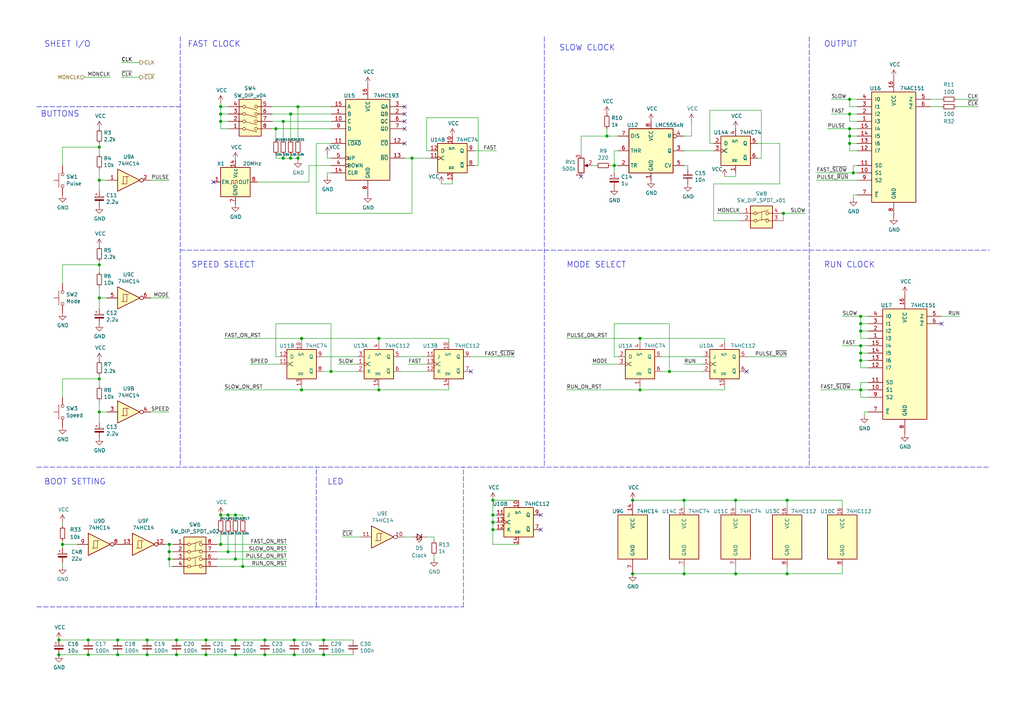
<source format=kicad_sch>
(kicad_sch (version 20211123) (generator eeschema)
  (paper "User" 353.568 250.012)
  (title_block (title "Clock Module") (date "2022-03-25") (rev "A.20") (comment 2 "https://github.com/adrienkohlbecker/65C816") (comment 3 "Licensed under CERN-OHL-W v2") (comment 4 "Copyright © 2022 Adrien Kohlbecker"))
  (junction (at 104.14 134.62))
  (junction (at 209.55 46.99))
  (junction (at 170.18 180.34))
  (junction (at 114.3 128.27))
  (junction (at 81.28 226.06))
  (junction (at 297.18 134.62))
  (junction (at 293.37 46.99))
  (junction (at 97.79 54.61))
  (junction (at 293.37 49.53))
  (junction (at 100.33 39.37))
  (junction (at 297.18 109.22))
  (junction (at 100.33 54.61))
  (junction (at 271.78 198.12))
  (junction (at 58.42 187.96))
  (junction (at 76.2 41.91))
  (junction (at 297.18 121.92))
  (junction (at 97.79 41.91))
  (junction (at 297.18 114.3))
  (junction (at 76.2 36.83))
  (junction (at 236.22 172.72))
  (junction (at 170.18 182.88))
  (junction (at 212.09 57.15))
  (junction (at 81.28 177.8))
  (junction (at 220.98 116.84))
  (junction (at 218.44 172.72))
  (junction (at 111.76 226.06))
  (junction (at 34.29 130.81))
  (junction (at 30.48 220.98))
  (junction (at 34.29 102.87))
  (junction (at 111.76 220.98))
  (junction (at 40.64 226.06))
  (junction (at 34.29 91.44))
  (junction (at 254 172.72))
  (junction (at 21.59 187.96))
  (junction (at 130.81 116.84))
  (junction (at 130.81 134.62))
  (junction (at 81.28 220.98))
  (junction (at 293.37 34.29))
  (junction (at 40.64 220.98))
  (junction (at 60.96 220.98))
  (junction (at 20.32 226.06))
  (junction (at 101.6 220.98))
  (junction (at 254 198.12))
  (junction (at 104.14 116.84))
  (junction (at 60.96 226.06))
  (junction (at 297.18 124.46))
  (junction (at 293.37 39.37))
  (junction (at 170.18 177.8))
  (junction (at 297.18 119.38))
  (junction (at 78.74 190.5))
  (junction (at 34.29 62.23))
  (junction (at 102.87 54.61))
  (junction (at 30.48 226.06))
  (junction (at 101.6 226.06))
  (junction (at 236.22 198.12))
  (junction (at 34.29 142.24))
  (junction (at 102.87 36.83))
  (junction (at 297.18 111.76))
  (junction (at 142.24 54.61))
  (junction (at 270.51 73.66))
  (junction (at 71.12 226.06))
  (junction (at 78.74 177.8))
  (junction (at 218.44 198.12))
  (junction (at 91.44 226.06))
  (junction (at 83.82 195.58))
  (junction (at 34.29 50.8))
  (junction (at 293.37 44.45))
  (junction (at 50.8 220.98))
  (junction (at 91.44 220.98))
  (junction (at 294.64 59.69))
  (junction (at 58.42 190.5))
  (junction (at 81.28 193.04))
  (junction (at 95.25 44.45))
  (junction (at 20.32 220.98))
  (junction (at 170.18 172.72))
  (junction (at 271.78 172.72))
  (junction (at 76.2 177.8))
  (junction (at 50.8 226.06))
  (junction (at 220.98 134.62))
  (junction (at 71.12 220.98))
  (junction (at 58.42 193.04))
  (junction (at 231.14 128.27))
  (junction (at 76.2 39.37))
  (junction (at 76.2 187.96))
  (no_connect (at 257.81 128.27))
  (no_connect (at 139.7 39.37))
  (no_connect (at 73.66 62.865))
  (no_connect (at 139.7 49.53))
  (no_connect (at 186.69 182.88))
  (no_connect (at 139.7 41.91))
  (no_connect (at 139.7 44.45))
  (no_connect (at 325.12 111.76))
  (no_connect (at 200.66 60.96))
  (no_connect (at 186.69 177.8))
  (no_connect (at 162.56 128.27))
  (no_connect (at 139.7 36.83))
  (wire (pts (xy 325.12 109.22) (xy 331.47 109.22)))
  (wire (pts (xy 156.21 63.5) (xy 152.4 63.5)))
  (wire (pts (xy 261.62 54.61) (xy 262.89 54.61)))
  (wire (pts (xy 83.82 195.58) (xy 99.06 195.58)))
  (wire (pts (xy 78.74 184.15) (xy 78.74 190.5)))
  (wire (pts (xy 321.31 34.29) (xy 325.12 34.29)))
  (wire (pts (xy 170.18 180.34) (xy 171.45 180.34)))
  (wire (pts (xy 293.37 49.53) (xy 295.91 49.53)))
  (wire (pts (xy 113.03 54.61) (xy 113.03 53.34)))
  (wire (pts (xy 162.56 123.19) (xy 177.8 123.19)))
  (wire (pts (xy 71.12 220.98) (xy 60.96 220.98)))
  (wire (pts (xy 100.33 54.61) (xy 102.87 54.61)))
  (wire (pts (xy 57.15 187.96) (xy 58.42 187.96)))
  (wire (pts (xy 297.18 124.46) (xy 299.72 124.46)))
  (wire (pts (xy 212.09 123.19) (xy 213.36 123.19)))
  (wire (pts (xy 104.14 118.11) (xy 104.14 116.84)))
  (wire (pts (xy 58.42 142.24) (xy 52.07 142.24)))
  (wire (pts (xy 297.18 109.22) (xy 297.18 111.76)))
  (wire (pts (xy 34.29 62.23) (xy 34.29 66.04)))
  (wire (pts (xy 212.09 59.69) (xy 212.09 57.15)))
  (wire (pts (xy 74.93 190.5) (xy 78.74 190.5)))
  (wire (pts (xy 254 172.72) (xy 254 175.26)))
  (wire (pts (xy 111.76 123.19) (xy 123.19 123.19)))
  (wire (pts (xy 294.64 67.31) (xy 295.91 67.31)))
  (wire (pts (xy 76.2 35.56) (xy 76.2 36.83)))
  (wire (pts (xy 21.59 97.79) (xy 21.59 91.44)))
  (wire (pts (xy 218.44 198.12) (xy 236.22 198.12)))
  (wire (pts (xy 271.78 195.58) (xy 271.78 198.12)))
  (wire (pts (xy 236.22 172.72) (xy 236.22 175.26)))
  (wire (pts (xy 297.18 119.38) (xy 299.72 119.38)))
  (wire (pts (xy 297.18 111.76) (xy 299.72 111.76)))
  (wire (pts (xy 293.37 46.99) (xy 293.37 49.53)))
  (wire (pts (xy 58.42 62.23) (xy 52.07 62.23)))
  (wire (pts (xy 21.59 130.81) (xy 34.29 130.81)))
  (wire (pts (xy 238.76 46.99) (xy 238.76 41.91)))
  (wire (pts (xy 297.18 121.92) (xy 297.18 124.46)))
  (wire (pts (xy 114.3 54.61) (xy 113.03 54.61)))
  (wire (pts (xy 97.79 48.26) (xy 97.79 41.91)))
  (wire (pts (xy 254 172.72) (xy 271.78 172.72)))
  (wire (pts (xy 40.64 220.98) (xy 30.48 220.98)))
  (wire (pts (xy 21.59 50.8) (xy 34.29 50.8)))
  (wire (pts (xy 109.22 73.66) (xy 109.22 49.53)))
  (wire (pts (xy 204.47 125.73) (xy 213.36 125.73)))
  (wire (pts (xy 293.37 44.45) (xy 293.37 46.99)))
  (wire (pts (xy 271.78 172.72) (xy 271.78 175.26)))
  (wire (pts (xy 93.98 41.91) (xy 97.79 41.91)))
  (wire (pts (xy 74.93 187.96) (xy 76.2 187.96)))
  (wire (pts (xy 77.47 116.84) (xy 104.14 116.84)))
  (wire (pts (xy 165.1 57.15) (xy 165.1 40.64)))
  (wire (pts (xy 97.79 54.61) (xy 100.33 54.61)))
  (wire (pts (xy 212.09 52.07) (xy 212.09 57.15)))
  (wire (pts (xy 34.29 138.43) (xy 34.29 142.24)))
  (wire (pts (xy 71.12 226.06) (xy 81.28 226.06)))
  (wire (pts (xy 34.29 50.8) (xy 34.29 53.34)))
  (wire (pts (xy 299.72 137.16) (xy 297.18 137.16)))
  (wire (pts (xy 41.91 26.67) (xy 48.26 26.67)))
  (polyline (pts (xy 12.7 36.83) (xy 62.23 36.83)))
  (wire (pts (xy 254 198.12) (xy 236.22 198.12)))
  (wire (pts (xy 76.2 44.45) (xy 78.74 44.45)))
  (polyline (pts (xy 12.7 161.29) (xy 341.63 161.29)))
  (wire (pts (xy 76.2 41.91) (xy 76.2 44.45)))
  (wire (pts (xy 290.83 172.72) (xy 271.78 172.72)))
  (wire (pts (xy 34.29 58.42) (xy 34.29 62.23)))
  (wire (pts (xy 106.68 62.865) (xy 106.68 57.15)))
  (wire (pts (xy 236.22 57.15) (xy 237.49 57.15)))
  (wire (pts (xy 21.59 186.69) (xy 21.59 187.96)))
  (wire (pts (xy 104.14 134.62) (xy 104.14 133.35)))
  (wire (pts (xy 297.18 114.3) (xy 299.72 114.3)))
  (wire (pts (xy 95.25 54.61) (xy 97.79 54.61)))
  (wire (pts (xy 212.09 111.76) (xy 212.09 123.19)))
  (wire (pts (xy 281.94 59.69) (xy 294.64 59.69)))
  (wire (pts (xy 97.79 41.91) (xy 114.3 41.91)))
  (wire (pts (xy 270.51 73.66) (xy 270.51 76.2)))
  (wire (pts (xy 220.98 134.62) (xy 250.19 134.62)))
  (polyline (pts (xy 62.23 86.36) (xy 341.63 86.36)))
  (wire (pts (xy 29.21 26.67) (xy 38.1 26.67)))
  (wire (pts (xy 213.36 52.07) (xy 212.09 52.07)))
  (wire (pts (xy 95.25 44.45) (xy 114.3 44.45)))
  (wire (pts (xy 220.98 134.62) (xy 220.98 133.35)))
  (wire (pts (xy 147.32 52.07) (xy 148.59 52.07)))
  (wire (pts (xy 102.87 36.83) (xy 114.3 36.83)))
  (wire (pts (xy 245.11 38.1) (xy 245.11 49.53)))
  (wire (pts (xy 297.18 121.92) (xy 299.72 121.92)))
  (wire (pts (xy 163.83 57.15) (xy 165.1 57.15)))
  (wire (pts (xy 209.55 46.99) (xy 213.36 46.99)))
  (wire (pts (xy 95.25 48.26) (xy 95.25 44.45)))
  (wire (pts (xy 21.59 91.44) (xy 34.29 91.44)))
  (wire (pts (xy 100.33 54.61) (xy 100.33 53.34)))
  (wire (pts (xy 81.28 184.15) (xy 81.28 193.04)))
  (polyline (pts (xy 109.22 209.55) (xy 109.22 161.29)))
  (wire (pts (xy 142.24 54.61) (xy 148.59 54.61)))
  (wire (pts (xy 95.25 111.76) (xy 95.25 123.19)))
  (wire (pts (xy 74.93 195.58) (xy 83.82 195.58)))
  (wire (pts (xy 76.2 184.15) (xy 76.2 187.96)))
  (wire (pts (xy 170.18 182.88) (xy 170.18 187.96)))
  (wire (pts (xy 138.43 128.27) (xy 147.32 128.27)))
  (polyline (pts (xy 187.96 12.7) (xy 187.96 161.29)))
  (wire (pts (xy 78.74 41.91) (xy 76.2 41.91)))
  (wire (pts (xy 297.18 111.76) (xy 297.18 114.3)))
  (wire (pts (xy 34.29 102.87) (xy 34.29 106.68)))
  (wire (pts (xy 104.14 134.62) (xy 130.81 134.62)))
  (wire (pts (xy 58.42 190.5) (xy 58.42 193.04)))
  (wire (pts (xy 154.94 116.84) (xy 154.94 118.11)))
  (wire (pts (xy 76.2 39.37) (xy 78.74 39.37)))
  (wire (pts (xy 60.96 226.06) (xy 71.12 226.06)))
  (polyline (pts (xy 160.02 209.55) (xy 160.02 161.29)))
  (wire (pts (xy 297.18 109.22) (xy 299.72 109.22)))
  (wire (pts (xy 212.09 57.15) (xy 210.82 57.15)))
  (wire (pts (xy 293.37 39.37) (xy 295.91 39.37)))
  (wire (pts (xy 113.03 60.96) (xy 113.03 59.69)))
  (wire (pts (xy 93.98 39.37) (xy 100.33 39.37)))
  (wire (pts (xy 261.62 49.53) (xy 269.24 49.53)))
  (wire (pts (xy 21.59 194.31) (xy 21.59 195.58)))
  (wire (pts (xy 121.92 220.98) (xy 111.76 220.98)))
  (wire (pts (xy 100.33 39.37) (xy 114.3 39.37)))
  (wire (pts (xy 290.83 175.26) (xy 290.83 172.72)))
  (wire (pts (xy 93.98 44.45) (xy 95.25 44.45)))
  (wire (pts (xy 290.83 119.38) (xy 297.18 119.38)))
  (wire (pts (xy 262.89 38.1) (xy 245.11 38.1)))
  (wire (pts (xy 81.28 177.8) (xy 83.82 177.8)))
  (wire (pts (xy 293.37 36.83) (xy 295.91 36.83)))
  (wire (pts (xy 40.64 226.06) (xy 50.8 226.06)))
  (wire (pts (xy 271.78 198.12) (xy 254 198.12)))
  (wire (pts (xy 21.59 57.15) (xy 21.59 50.8)))
  (wire (pts (xy 171.45 182.88) (xy 170.18 182.88)))
  (wire (pts (xy 246.38 76.2) (xy 255.27 76.2)))
  (wire (pts (xy 36.83 62.23) (xy 34.29 62.23)))
  (wire (pts (xy 231.14 128.27) (xy 231.14 111.76)))
  (wire (pts (xy 231.14 128.27) (xy 242.57 128.27)))
  (wire (pts (xy 246.38 52.07) (xy 236.22 52.07)))
  (wire (pts (xy 330.2 36.83) (xy 337.82 36.83)))
  (wire (pts (xy 58.42 195.58) (xy 59.69 195.58)))
  (wire (pts (xy 81.28 226.06) (xy 91.44 226.06)))
  (wire (pts (xy 294.64 68.58) (xy 294.64 67.31)))
  (wire (pts (xy 220.98 116.84) (xy 250.19 116.84)))
  (wire (pts (xy 50.8 226.06) (xy 60.96 226.06)))
  (wire (pts (xy 81.28 220.98) (xy 71.12 220.98)))
  (wire (pts (xy 124.46 185.42) (xy 118.11 185.42)))
  (wire (pts (xy 231.14 111.76) (xy 212.09 111.76)))
  (wire (pts (xy 91.44 220.98) (xy 81.28 220.98)))
  (wire (pts (xy 102.87 54.61) (xy 102.87 53.34)))
  (wire (pts (xy 77.47 134.62) (xy 104.14 134.62)))
  (wire (pts (xy 111.76 128.27) (xy 114.3 128.27)))
  (wire (pts (xy 170.18 172.72) (xy 170.18 177.8)))
  (wire (pts (xy 140.97 125.73) (xy 147.32 125.73)))
  (wire (pts (xy 58.42 187.96) (xy 59.69 187.96)))
  (wire (pts (xy 293.37 52.07) (xy 295.91 52.07)))
  (wire (pts (xy 36.83 102.87) (xy 34.29 102.87)))
  (wire (pts (xy 147.32 185.42) (xy 149.86 185.42)))
  (wire (pts (xy 293.37 34.29) (xy 293.37 36.83)))
  (wire (pts (xy 295.91 59.69) (xy 294.64 59.69)))
  (wire (pts (xy 130.81 134.62) (xy 154.94 134.62)))
  (wire (pts (xy 281.94 62.23) (xy 295.91 62.23)))
  (wire (pts (xy 236.22 46.99) (xy 238.76 46.99)))
  (wire (pts (xy 149.86 193.04) (xy 149.86 191.77)))
  (wire (pts (xy 58.42 193.04) (xy 59.69 193.04)))
  (wire (pts (xy 93.98 36.83) (xy 102.87 36.83)))
  (wire (pts (xy 321.31 36.83) (xy 325.12 36.83)))
  (wire (pts (xy 294.64 57.15) (xy 294.64 59.69)))
  (wire (pts (xy 170.18 180.34) (xy 170.18 182.88)))
  (wire (pts (xy 21.59 187.96) (xy 21.59 189.23)))
  (wire (pts (xy 254 60.96) (xy 254 59.69)))
  (wire (pts (xy 78.74 179.07) (xy 78.74 177.8)))
  (wire (pts (xy 86.36 125.73) (xy 96.52 125.73)))
  (wire (pts (xy 76.2 177.8) (xy 78.74 177.8)))
  (wire (pts (xy 58.42 190.5) (xy 58.42 187.96)))
  (wire (pts (xy 34.29 50.8) (xy 34.29 49.53)))
  (wire (pts (xy 78.74 190.5) (xy 99.06 190.5)))
  (wire (pts (xy 295.91 57.15) (xy 294.64 57.15)))
  (wire (pts (xy 269.24 63.5) (xy 269.24 49.53)))
  (wire (pts (xy 287.02 39.37) (xy 293.37 39.37)))
  (wire (pts (xy 200.66 53.34) (xy 200.66 46.99)))
  (wire (pts (xy 142.24 73.66) (xy 109.22 73.66)))
  (wire (pts (xy 270.51 73.66) (xy 278.13 73.66)))
  (wire (pts (xy 293.37 46.99) (xy 295.91 46.99)))
  (polyline (pts (xy 279.4 12.7) (xy 279.4 161.29)))
  (wire (pts (xy 34.29 91.44) (xy 34.29 90.17)))
  (wire (pts (xy 34.29 99.06) (xy 34.29 102.87)))
  (wire (pts (xy 298.45 142.24) (xy 299.72 142.24)))
  (wire (pts (xy 149.86 185.42) (xy 149.86 186.69)))
  (wire (pts (xy 297.18 124.46) (xy 297.18 127)))
  (wire (pts (xy 88.9 62.865) (xy 106.68 62.865)))
  (wire (pts (xy 297.18 137.16) (xy 297.18 134.62)))
  (wire (pts (xy 257.81 123.19) (xy 271.78 123.19)))
  (wire (pts (xy 97.79 54.61) (xy 97.79 53.34)))
  (wire (pts (xy 58.42 190.5) (xy 59.69 190.5)))
  (wire (pts (xy 95.25 53.34) (xy 95.25 54.61)))
  (wire (pts (xy 116.84 125.73) (xy 123.19 125.73)))
  (wire (pts (xy 101.6 226.06) (xy 111.76 226.06)))
  (wire (pts (xy 293.37 34.29) (xy 295.91 34.29)))
  (wire (pts (xy 299.72 132.08) (xy 297.18 132.08)))
  (wire (pts (xy 74.93 193.04) (xy 81.28 193.04)))
  (wire (pts (xy 220.98 116.84) (xy 220.98 118.11)))
  (wire (pts (xy 297.18 127) (xy 299.72 127)))
  (wire (pts (xy 213.36 57.15) (xy 212.09 57.15)))
  (wire (pts (xy 247.65 73.66) (xy 255.27 73.66)))
  (wire (pts (xy 165.1 40.64) (xy 147.32 40.64)))
  (wire (pts (xy 21.59 187.96) (xy 26.67 187.96)))
  (wire (pts (xy 228.6 123.19) (xy 242.57 123.19)))
  (wire (pts (xy 30.48 220.98) (xy 20.32 220.98)))
  (wire (pts (xy 104.14 116.84) (xy 130.81 116.84)))
  (wire (pts (xy 114.3 111.76) (xy 95.25 111.76)))
  (wire (pts (xy 111.76 226.06) (xy 121.92 226.06)))
  (wire (pts (xy 205.74 57.15) (xy 204.47 57.15)))
  (wire (pts (xy 246.38 76.2) (xy 246.38 63.5)))
  (wire (pts (xy 81.28 177.8) (xy 81.28 179.07)))
  (wire (pts (xy 246.38 63.5) (xy 269.24 63.5)))
  (wire (pts (xy 254 195.58) (xy 254 198.12)))
  (wire (pts (xy 81.28 193.04) (xy 99.06 193.04)))
  (wire (pts (xy 236.22 198.12) (xy 236.22 195.58)))
  (wire (pts (xy 170.18 177.8) (xy 170.18 180.34)))
  (wire (pts (xy 218.44 172.72) (xy 236.22 172.72)))
  (wire (pts (xy 109.22 49.53) (xy 114.3 49.53)))
  (wire (pts (xy 262.89 54.61) (xy 262.89 38.1)))
  (wire (pts (xy 113.03 59.69) (xy 114.3 59.69)))
  (polyline (pts (xy 62.23 12.7) (xy 62.23 161.29)))
  (wire (pts (xy 209.55 44.45) (xy 209.55 46.99)))
  (wire (pts (xy 297.18 119.38) (xy 297.18 121.92)))
  (wire (pts (xy 293.37 41.91) (xy 295.91 41.91)))
  (wire (pts (xy 101.6 220.98) (xy 91.44 220.98)))
  (wire (pts (xy 34.29 142.24) (xy 34.29 146.05)))
  (wire (pts (xy 50.8 220.98) (xy 40.64 220.98)))
  (wire (pts (xy 95.25 123.19) (xy 96.52 123.19)))
  (wire (pts (xy 142.24 185.42) (xy 139.7 185.42)))
  (wire (pts (xy 106.68 57.15) (xy 114.3 57.15)))
  (wire (pts (xy 91.44 226.06) (xy 101.6 226.06)))
  (wire (pts (xy 130.81 116.84) (xy 130.81 118.11)))
  (polyline (pts (xy 12.7 209.55) (xy 160.02 209.55)))
  (wire (pts (xy 297.18 134.62) (xy 297.18 132.08)))
  (wire (pts (xy 171.45 177.8) (xy 170.18 177.8)))
  (wire (pts (xy 78.74 177.8) (xy 81.28 177.8)))
  (wire (pts (xy 111.76 220.98) (xy 101.6 220.98)))
  (wire (pts (xy 228.6 128.27) (xy 231.14 128.27)))
  (wire (pts (xy 34.29 130.81) (xy 34.29 133.35)))
  (wire (pts (xy 250.19 116.84) (xy 250.19 118.11)))
  (wire (pts (xy 298.45 143.51) (xy 298.45 142.24)))
  (wire (pts (xy 34.29 130.81) (xy 34.29 129.54)))
  (wire (pts (xy 58.42 193.04) (xy 58.42 195.58)))
  (wire (pts (xy 245.11 49.53) (xy 246.38 49.53)))
  (wire (pts (xy 130.81 134.62) (xy 130.81 133.35)))
  (wire (pts (xy 287.02 34.29) (xy 293.37 34.29)))
  (wire (pts (xy 130.81 116.84) (xy 154.94 116.84)))
  (wire (pts (xy 78.74 36.83) (xy 76.2 36.83)))
  (wire (pts (xy 30.48 226.06) (xy 40.64 226.06)))
  (wire (pts (xy 36.83 142.24) (xy 34.29 142.24)))
  (wire (pts (xy 293.37 39.37) (xy 293.37 41.91)))
  (wire (pts (xy 236.22 125.73) (xy 242.57 125.73)))
  (wire (pts (xy 250.19 134.62) (xy 250.19 133.35)))
  (wire (pts (xy 170.18 187.96) (xy 179.07 187.96)))
  (wire (pts (xy 293.37 44.45) (xy 295.91 44.45)))
  (wire (pts (xy 290.83 109.22) (xy 297.18 109.22)))
  (wire (pts (xy 163.83 52.07) (xy 171.45 52.07)))
  (wire (pts (xy 271.78 198.12) (xy 290.83 198.12)))
  (wire (pts (xy 154.94 134.62) (xy 154.94 133.35)))
  (wire (pts (xy 60.96 220.98) (xy 50.8 220.98)))
  (wire (pts (xy 297.18 116.84) (xy 299.72 116.84)))
  (wire (pts (xy 139.7 54.61) (xy 142.24 54.61)))
  (wire (pts (xy 100.33 48.26) (xy 100.33 39.37)))
  (wire (pts (xy 114.3 128.27) (xy 123.19 128.27)))
  (wire (pts (xy 142.24 54.61) (xy 142.24 73.66)))
  (wire (pts (xy 254 60.96) (xy 250.19 60.96)))
  (wire (pts (xy 21.59 180.34) (xy 21.59 181.61)))
  (wire (pts (xy 195.58 134.62) (xy 220.98 134.62)))
  (wire (pts (xy 138.43 123.19) (xy 147.32 123.19)))
  (wire (pts (xy 330.2 34.29) (xy 337.82 34.29)))
  (wire (pts (xy 299.72 134.62) (xy 297.18 134.62)))
  (wire (pts (xy 41.91 21.59) (xy 48.26 21.59)))
  (wire (pts (xy 114.3 128.27) (xy 114.3 111.76)))
  (wire (pts (xy 236.22 172.72) (xy 254 172.72)))
  (wire (pts (xy 297.18 134.62) (xy 283.21 134.62)))
  (wire (pts (xy 83.82 184.15) (xy 83.82 195.58)))
  (wire (pts (xy 102.87 55.245) (xy 102.87 54.61)))
  (wire (pts (xy 34.29 91.44) (xy 34.29 93.98)))
  (wire (pts (xy 293.37 49.53) (xy 293.37 52.07)))
  (wire (pts (xy 195.58 116.84) (xy 220.98 116.84)))
  (wire (pts (xy 76.2 179.07) (xy 76.2 177.8)))
  (wire (pts (xy 285.75 44.45) (xy 293.37 44.45)))
  (wire (pts (xy 76.2 39.37) (xy 76.2 41.91)))
  (wire (pts (xy 76.2 187.96) (xy 99.06 187.96)))
  (wire (pts (xy 297.18 114.3) (xy 297.18 116.84)))
  (wire (pts (xy 102.87 48.26) (xy 102.87 36.83)))
  (wire (pts (xy 21.59 137.16) (xy 21.59 130.81)))
  (wire (pts (xy 83.82 177.8) (xy 83.82 179.07)))
  (wire (pts (xy 147.32 40.64) (xy 147.32 52.07)))
  (wire (pts (xy 237.49 57.15) (xy 237.49 58.42)))
  (wire (pts (xy 20.32 226.06) (xy 30.48 226.06)))
  (wire (pts (xy 58.42 102.87) (xy 52.07 102.87)))
  (wire (pts (xy 290.83 198.12) (xy 290.83 195.58)))
  (wire (pts (xy 156.21 63.5) (xy 156.21 62.23)))
  (wire (pts (xy 76.2 36.83) (xy 76.2 39.37)))
  (wire (pts (xy 179.07 172.72) (xy 170.18 172.72)))
  (wire (pts (xy 200.66 46.99) (xy 209.55 46.99)))
  (text "OUTPUT" (at 284.48 16.51 0) (effects (font (size 2.0066 2.0066)) (justify left bottom)))
  (text "RUN CLOCK" (at 284.48 92.71 0) (effects (font (size 2.0066 2.0066)) (justify left bottom)))
  (text "SHEET I/O" (at 15.24 16.51 0) (effects (font (size 2.0066 2.0066)) (justify left bottom)))
  (text "LED" (at 113.03 167.64 0) (effects (font (size 2.0066 2.0066)) (justify left bottom)))
  (text "BOOT SETTING" (at 15.24 167.64 0) (effects (font (size 2.0066 2.0066)) (justify left bottom)))
  (text "BUTTONS" (at 13.97 40.64 0) (effects (font (size 2.0066 2.0066)) (justify left bottom)))
  (text "SLOW CLOCK" (at 193.04 17.78 0) (effects (font (size 2.0066 2.0066)) (justify left bottom)))
  (text "FAST CLOCK" (at 64.77 16.51 0) (effects (font (size 2.0066 2.0066)) (justify left bottom)))
  (text "SPEED SELECT" (at 66.04 92.71 0) (effects (font (size 2.0066 2.0066)) (justify left bottom)))
  (text "MODE SELECT" (at 195.58 92.71 0) (effects (font (size 2.0066 2.0066)) (justify left bottom)))
  (label "~{CLK}" (at 337.82 36.83 180))
  (label "CLK" (at 337.82 34.29 180))
  (label "PULSE_~{RUN}" (at 281.94 62.23 0))
  (label "SLOW_ON_RST" (at 99.06 190.5 180))
  (label "RUN" (at 236.22 125.73 0))
  (label "FAST_ON_RST" (at 77.47 116.84 0))
  (label "SLOW" (at 278.13 73.66 180))
  (label "SPEED" (at 86.36 125.73 0))
  (label "SLOW" (at 287.02 34.29 0))
  (label "~{CLK}" (at 41.91 26.67 0))
  (label "SLOW" (at 290.83 109.22 0))
  (label "FAST_~{SLOW}" (at 177.8 123.19 180))
  (label "MONCLK" (at 38.1 26.67 180))
  (label "SPEED" (at 58.42 142.24 180))
  (label "FAST" (at 287.02 39.37 0))
  (label "FAST" (at 290.83 119.38 0))
  (label "PULSE" (at 58.42 62.23 180))
  (label "FAST_~{SLOW}" (at 283.21 134.62 0))
  (label "PULSE_ON_RST" (at 99.06 193.04 180))
  (label "FAST_ON_RST" (at 99.06 187.96 180))
  (label "RUN_ON_RST" (at 99.06 195.58 180))
  (label "PULSE" (at 285.75 44.45 0))
  (label "SLOW" (at 116.84 125.73 0))
  (label "RUN_ON_RST" (at 195.58 134.62 0))
  (label "PULSE_~{RUN}" (at 271.78 123.19 180))
  (label "CLK" (at 41.91 21.59 0))
  (label "PULSE_ON_RST" (at 195.58 116.84 0))
  (label "MODE" (at 204.47 125.73 0))
  (label "MODE" (at 58.42 102.87 180))
  (label "~{CLK}" (at 118.11 185.42 0))
  (label "FAST" (at 140.97 125.73 0))
  (label "RUN" (at 331.47 109.22 180))
  (label "SLOW_ON_RST" (at 77.47 134.62 0))
  (label "FAST" (at 171.45 52.07 180))
  (label "MONCLK" (at 247.65 73.66 0))
  (label "FAST_~{SLOW}" (at 281.94 59.69 0))
  (label "CLK" (at 41.91 21.59 0))
  (hierarchical_label "MONCLK" (shape input) (at 29.21 26.67 180))
  (hierarchical_label "~{CLK}" (shape output) (at 48.26 26.67 0))
  (hierarchical_label "CLK" (shape output) (at 48.26 21.59 0))
  (symbol (lib_id "power:GND") (at 21.59 107.95 0) (unit 1)
    (property "Reference" "#PWR027" (effects hide))
    (property "Value" "GND" (at 21.717 112.3442 0))
  )
  (symbol (lib_id "power:GND") (at 34.29 111.76 0) (unit 1)
    (property "Reference" "#PWR033" (effects hide))
    (property "Value" "GND" (at 34.417 116.1542 0))
  )
  (symbol (lib_id "Switch:SW_Push") (at 21.59 102.87 90) (unit 1)
    (property "Reference" "SW2" (at 22.8092 101.7016 90) (effects (justify right)))
    (property "Value" "Mode" (at 22.8092 104.013 90) (effects (justify right)))
  )
  (symbol (lib_id "power:VCC") (at 34.29 85.09 0) (unit 1)
    (property "Reference" "#PWR032" (effects hide))
    (property "Value" "VCC" (at 34.671 80.6958 0))
  )
  (symbol (lib_id "74xx:74LS14") (at 44.45 102.87 0) (unit 3)
    (property "Reference" "U9" (at 44.45 94.8182 0))
    (property "Value" "74HC14" (at 44.45 97.1296 0))
    (property "Datasheet" "https://www.ti.com/lit/ds/symlink/sn74hc14.pdf" (effects hide))
  )
  (symbol (lib_id "Device:C_Polarized_Small") (at 34.29 109.22 0) (unit 1)
    (property "Reference" "C12" (at 36.6268 108.0516 0) (effects (justify left)))
    (property "Value" "2.2u" (at 36.6268 110.363 0) (effects (justify left)))
  )
  (symbol (lib_id "Device:R_Small") (at 34.29 96.52 0) (unit 1)
    (property "Reference" "R6" (at 35.7886 95.3516 0) (effects (justify left)))
    (property "Value" "10k" (at 35.7886 97.663 0) (effects (justify left)))
  )
  (symbol (lib_id "Device:R_Small") (at 34.29 87.63 0) (unit 1)
    (property "Reference" "R5" (at 35.7886 86.4616 0) (effects (justify left)))
    (property "Value" "2.2k" (at 35.7886 88.773 0) (effects (justify left)))
  )
  (symbol (lib_id "power:GND") (at 21.59 147.32 0) (unit 1)
    (property "Reference" "#PWR028" (effects hide))
    (property "Value" "GND" (at 21.717 151.7142 0))
  )
  (symbol (lib_id "power:GND") (at 34.29 151.13 0) (unit 1)
    (property "Reference" "#PWR035" (effects hide))
    (property "Value" "GND" (at 34.417 155.5242 0))
  )
  (symbol (lib_id "Switch:SW_Push") (at 21.59 142.24 90) (unit 1)
    (property "Reference" "SW3" (at 22.8092 141.0716 90) (effects (justify right)))
    (property "Value" "Speed" (at 22.8092 143.383 90) (effects (justify right)))
  )
  (symbol (lib_id "power:VCC") (at 34.29 124.46 0) (unit 1)
    (property "Reference" "#PWR034" (effects hide))
    (property "Value" "VCC" (at 34.671 120.0658 0))
  )
  (symbol (lib_id "74xx:74LS14") (at 44.45 142.24 0) (unit 2)
    (property "Reference" "U9" (at 44.45 134.1882 0))
    (property "Value" "74HC14" (at 44.45 136.4996 0))
    (property "Datasheet" "https://www.ti.com/lit/ds/symlink/sn74hc14.pdf" (effects hide))
  )
  (symbol (lib_id "Device:C_Polarized_Small") (at 34.29 148.59 0) (unit 1)
    (property "Reference" "C13" (at 36.6268 147.4216 0) (effects (justify left)))
    (property "Value" "2.2u" (at 36.6268 149.733 0) (effects (justify left)))
  )
  (symbol (lib_id "Device:R_Small") (at 34.29 135.89 0) (unit 1)
    (property "Reference" "R8" (at 35.7886 134.7216 0) (effects (justify left)))
    (property "Value" "10k" (at 35.7886 137.033 0) (effects (justify left)))
  )
  (symbol (lib_id "Device:R_Small") (at 34.29 127 0) (unit 1)
    (property "Reference" "R7" (at 35.7886 125.8316 0) (effects (justify left)))
    (property "Value" "2.2k" (at 35.7886 128.143 0) (effects (justify left)))
  )
  (symbol (lib_id "74xx:74LS74") (at 220.98 125.73 0) (unit 1)
    (property "Reference" "U11" (at 215.9 119.38 0))
    (property "Value" "74HC74" (at 226.06 119.38 0))
    (property "Datasheet" "https://www.ti.com/lit/ds/symlink/sn74hc74.pdf" (effects hide))
  )
  (symbol (lib_id "74xx:74LS74") (at 104.14 125.73 0) (unit 2)
    (property "Reference" "U11" (at 99.06 119.38 0))
    (property "Value" "74HC74" (at 109.22 119.38 0))
    (property "Datasheet" "https://www.ti.com/lit/ds/symlink/sn74hc74.pdf" (effects hide))
  )
  (symbol (lib_id "74xx:74LS193") (at 127 46.99 0) (unit 1)
    (property "Reference" "U15" (at 120.65 33.02 0))
    (property "Value" "74HC193" (at 133.35 33.02 0))
    (property "Datasheet" "https://www.ti.com/lit/ds/symlink/cd54hc193.pdf" (effects hide))
  )
  (symbol (lib_id "Device:C_Small") (at 71.12 223.52 0) (unit 1)
    (property "Reference" "C21" (at 73.4568 222.3516 0) (effects (justify left)))
    (property "Value" "100n" (at 73.4568 224.663 0) (effects (justify left)))
  )
  (symbol (lib_id "Device:C_Small") (at 81.28 223.52 0) (unit 1)
    (property "Reference" "C22" (at 83.6168 222.3516 0) (effects (justify left)))
    (property "Value" "100n" (at 83.6168 224.663 0) (effects (justify left)))
  )
  (symbol (lib_id "Switch:SW_DIP_x04") (at 86.36 39.37 0) (mirror x) (unit 1)
    (property "Reference" "SW4" (at 86.36 30.48 0))
    (property "Value" "SW_DIP_x04" (at 86.36 33.02 0))
  )
  (symbol (lib_id "74xx:74LS74") (at 156.21 54.61 0) (unit 2)
    (property "Reference" "U14" (at 151.13 48.26 0))
    (property "Value" "74HC74" (at 161.29 48.26 0))
    (property "Datasheet" "https://www.ti.com/lit/ds/symlink/sn74hc74.pdf" (effects hide))
  )
  (symbol (lib_id "power:VCC") (at 127 29.21 0) (unit 1)
    (property "Reference" "#PWR056" (effects hide))
    (property "Value" "VCC" (at 127.381 24.8158 0))
  )
  (symbol (lib_id "power:GND") (at 127 67.31 0) (unit 1)
    (property "Reference" "#PWR057" (effects hide))
    (property "Value" "GND" (at 127.127 71.7042 0))
  )
  (symbol (lib_id "power:VCC") (at 113.03 53.34 0) (unit 1)
    (property "Reference" "#PWR050" (effects hide))
    (property "Value" "VCC" (at 115.57 50.8 0))
  )
  (symbol (lib_id "power:GND") (at 113.03 60.96 0) (unit 1)
    (property "Reference" "#PWR051" (effects hide))
    (property "Value" "GND" (at 113.157 65.3542 0))
  )
  (symbol (lib_id "Oscillator:CXO_DIP14") (at 81.28 62.865 0) (unit 1)
    (property "Reference" "X1" (at 74.93 56.515 0) (effects (justify left)))
    (property "Value" "20MHz" (at 83.82 56.515 0) (effects (justify left)))
    (property "Footprint" "Oscillator:Oscillator_DIP-14" (effects hide))
    (property "Datasheet" "https://cdn-reichelt.de/documents/datenblatt/B400/OSZI.pdf" (effects hide))
  )
  (symbol (lib_id "power:VCC") (at 81.28 55.245 0) (unit 1)
    (property "Reference" "#PWR039" (effects hide))
    (property "Value" "VCC" (at 81.661 50.8508 0))
  )
  (symbol (lib_id "power:GND") (at 81.28 70.485 0) (unit 1)
    (property "Reference" "#PWR040" (effects hide))
    (property "Value" "GND" (at 81.407 74.8792 0))
  )
  (symbol (lib_id "65C816:LMC555xN") (at 224.79 52.07 0) (unit 1)
    (property "Reference" "U12" (at 218.44 43.18 0))
    (property "Value" "LMC555xN" (at 231.14 43.18 0))
    (property "Footprint" "Package_DIP:DIP-8_W7.62mm" (effects hide))
    (property "Datasheet" "http://www.ti.com/lit/ds/symlink/lmc555.pdf" (effects hide))
  )
  (symbol (lib_id "power:VCC") (at 224.79 41.91 0) (unit 1)
    (property "Reference" "#PWR046" (effects hide))
    (property "Value" "VCC" (at 225.171 37.5158 0))
  )
  (symbol (lib_id "power:GND") (at 224.79 62.23 0) (unit 1)
    (property "Reference" "#PWR047" (effects hide))
    (property "Value" "GND" (at 224.917 66.6242 0))
  )
  (symbol (lib_id "power:VCC") (at 238.76 41.91 0) (unit 1)
    (property "Reference" "#PWR053" (effects hide))
    (property "Value" "VCC" (at 239.141 37.5158 0))
  )
  (symbol (lib_id "Device:R_Small") (at 209.55 41.91 0) (unit 1)
    (property "Reference" "R10" (at 211.0486 40.7416 0) (effects (justify left)))
    (property "Value" "1k" (at 211.0486 43.053 0) (effects (justify left)))
  )
  (symbol (lib_id "power:VCC") (at 209.55 39.37 0) (unit 1)
    (property "Reference" "#PWR041" (effects hide))
    (property "Value" "VCC" (at 209.931 34.9758 0))
  )
  (symbol (lib_id "Device:R_Small") (at 208.28 57.15 90) (unit 1)
    (property "Reference" "R9" (at 208.28 52.1716 90))
    (property "Value" "220" (at 208.28 54.483 90))
  )
  (symbol (lib_id "Device:R_Potentiometer") (at 200.66 57.15 0) (mirror x) (unit 1)
    (property "Reference" "RV1" (at 198.9074 55.9816 0) (effects (justify right)))
    (property "Value" "500k" (at 198.9074 58.293 0) (effects (justify right)))
  )
  (symbol (lib_id "Device:C_Small") (at 237.49 60.96 0) (unit 1)
    (property "Reference" "C15" (at 239.8268 59.7916 0) (effects (justify left)))
    (property "Value" "10n" (at 239.8268 62.103 0) (effects (justify left)))
  )
  (symbol (lib_id "power:GND") (at 237.49 63.5 0) (unit 1)
    (property "Reference" "#PWR052" (effects hide))
    (property "Value" "GND" (at 237.617 67.8942 0))
  )
  (symbol (lib_id "Device:C_Polarized_Small") (at 212.09 62.23 0) (unit 1)
    (property "Reference" "C14" (at 214.4268 61.0616 0) (effects (justify left)))
    (property "Value" "1u" (at 214.4268 63.373 0) (effects (justify left)))
  )
  (symbol (lib_id "power:GND") (at 212.09 64.77 0) (unit 1)
    (property "Reference" "#PWR042" (effects hide))
    (property "Value" "GND" (at 212.217 69.1642 0))
  )
  (symbol (lib_id "power:VCC") (at 76.2 35.56 0) (unit 1)
    (property "Reference" "#PWR037" (effects hide))
    (property "Value" "VCC" (at 76.581 31.1658 0))
  )
  (symbol (lib_id "74xx:74LS74") (at 254 185.42 0) (unit 3)
    (property "Reference" "U11" (at 248.92 176.53 0))
    (property "Value" "74HC74" (at 259.08 176.53 0))
    (property "Datasheet" "https://www.ti.com/lit/ds/symlink/sn74hc74.pdf" (effects hide))
  )
  (symbol (lib_id "74xx:74LS14") (at 44.45 62.23 0) (unit 1)
    (property "Reference" "U9" (at 44.45 54.1782 0))
    (property "Value" "74HC14" (at 44.45 56.4896 0))
    (property "Datasheet" "https://www.ti.com/lit/ds/symlink/sn74hc14.pdf" (effects hide))
  )
  (symbol (lib_id "Device:C_Polarized_Small") (at 34.29 68.58 0) (unit 1)
    (property "Reference" "C11" (at 36.6268 67.4116 0) (effects (justify left)))
    (property "Value" "2.2u" (at 36.6268 69.723 0) (effects (justify left)))
  )
  (symbol (lib_id "Device:R_Small") (at 34.29 55.88 0) (unit 1)
    (property "Reference" "R4" (at 35.7886 54.7116 0) (effects (justify left)))
    (property "Value" "10k" (at 35.7886 57.023 0) (effects (justify left)))
  )
  (symbol (lib_id "Device:R_Small") (at 34.29 46.99 0) (unit 1)
    (property "Reference" "R3" (at 35.7886 45.8216 0) (effects (justify left)))
    (property "Value" "2.2k" (at 35.7886 48.133 0) (effects (justify left)))
  )
  (symbol (lib_id "Switch:SW_Push") (at 21.59 62.23 90) (unit 1)
    (property "Reference" "SW1" (at 22.8092 61.0616 90) (effects (justify right)))
    (property "Value" "Pulse" (at 22.8092 63.373 90) (effects (justify right)))
  )
  (symbol (lib_id "power:GND") (at 21.59 67.31 0) (unit 1)
    (property "Reference" "#PWR026" (effects hide))
    (property "Value" "GND" (at 21.717 71.7042 0))
  )
  (symbol (lib_id "power:GND") (at 34.29 71.12 0) (unit 1)
    (property "Reference" "#PWR031" (effects hide))
    (property "Value" "GND" (at 34.417 75.5142 0))
  )
  (symbol (lib_id "power:VCC") (at 34.29 44.45 0) (unit 1)
    (property "Reference" "#PWR030" (effects hide))
    (property "Value" "VCC" (at 34.671 40.0558 0))
  )
  (symbol (lib_id "74xx:74LS14") (at 34.29 187.96 0) (unit 4)
    (property "Reference" "U9" (at 34.29 179.9082 0))
    (property "Value" "74HC14" (at 34.29 182.2196 0))
    (property "Datasheet" "https://www.ti.com/lit/ds/symlink/sn74hc14.pdf" (effects hide))
  )
  (symbol (lib_id "74xx:74LS14") (at 132.08 185.42 0) (unit 5)
    (property "Reference" "U9" (at 132.08 177.3682 0))
    (property "Value" "74HC14" (at 132.08 179.6796 0))
    (property "Datasheet" "https://www.ti.com/lit/ds/symlink/sn74hc14.pdf" (effects hide))
  )
  (symbol (lib_id "74xx:74LS14") (at 49.53 187.96 0) (unit 6)
    (property "Reference" "U9" (at 49.53 179.9082 0))
    (property "Value" "74HC14" (at 49.53 182.2196 0))
    (property "Datasheet" "https://www.ti.com/lit/ds/symlink/sn74hc14.pdf" (effects hide))
  )
  (symbol (lib_id "74xx:74LS14") (at 218.44 185.42 0) (unit 7)
    (property "Reference" "U9" (at 213.36 176.53 0))
    (property "Value" "74HC14" (at 223.52 176.53 0))
    (property "Datasheet" "https://www.ti.com/lit/ds/symlink/sn74hc14.pdf" (effects hide))
  )
  (symbol (lib_id "74xx:74LS74") (at 254 52.07 0) (unit 1)
    (property "Reference" "U14" (at 248.92 45.72 0))
    (property "Value" "74HC74" (at 259.08 45.72 0))
    (property "Datasheet" "https://www.ti.com/lit/ds/symlink/sn74hc74.pdf" (effects hide))
  )
  (symbol (lib_id "power:VCC") (at 218.44 172.72 0) (unit 1)
    (property "Reference" "#PWR043" (effects hide))
    (property "Value" "VCC" (at 218.821 168.3258 0))
  )
  (symbol (lib_id "power:GND") (at 218.44 198.12 0) (unit 1)
    (property "Reference" "#PWR044" (effects hide))
    (property "Value" "GND" (at 218.567 202.5142 0))
  )
  (symbol (lib_id "Device:C_Small") (at 30.48 223.52 0) (unit 1)
    (property "Reference" "C17" (at 32.8168 222.3516 0) (effects (justify left)))
    (property "Value" "100n" (at 32.8168 224.663 0) (effects (justify left)))
  )
  (symbol (lib_id "74xx:74LS74") (at 236.22 185.42 0) (unit 3)
    (property "Reference" "U14" (at 231.14 176.53 0))
    (property "Value" "74HC74" (at 241.3 176.53 0))
    (property "Datasheet" "https://www.ti.com/lit/ds/symlink/sn74hc74.pdf" (effects hide))
  )
  (symbol (lib_id "Device:C_Small") (at 40.64 223.52 0) (unit 1)
    (property "Reference" "C18" (at 42.9768 222.3516 0) (effects (justify left)))
    (property "Value" "100n" (at 42.9768 224.663 0) (effects (justify left)))
  )
  (symbol (lib_id "Device:C_Small") (at 50.8 223.52 0) (unit 1)
    (property "Reference" "C19" (at 53.1368 222.3516 0) (effects (justify left)))
    (property "Value" "100n" (at 53.1368 224.663 0) (effects (justify left)))
  )
  (symbol (lib_id "Device:C_Small") (at 60.96 223.52 0) (unit 1)
    (property "Reference" "C20" (at 63.2968 222.3516 0) (effects (justify left)))
    (property "Value" "100n" (at 63.2968 224.663 0) (effects (justify left)))
  )
  (symbol (lib_id "power:VCC") (at 20.32 220.98 0) (unit 1)
    (property "Reference" "#PWR064" (effects hide))
    (property "Value" "VCC" (at 20.701 216.5858 0))
  )
  (symbol (lib_id "power:GND") (at 20.32 226.06 0) (unit 1)
    (property "Reference" "#PWR065" (effects hide))
    (property "Value" "GND" (at 20.447 230.4542 0))
  )
  (symbol (lib_id "Device:C_Polarized_Small") (at 20.32 223.52 0) (unit 1)
    (property "Reference" "C16" (at 23.3172 222.3516 0) (effects (justify left)))
    (property "Value" "10u" (at 23.3172 224.663 0) (effects (justify left)))
  )
  (symbol (lib_id "power:GND") (at 102.87 55.245 0) (unit 1)
    (property "Reference" "#PWR048" (effects hide))
    (property "Value" "GND" (at 102.997 59.6392 0))
  )
  (symbol (lib_id "74xx:74LS151") (at 308.61 49.53 0) (unit 1)
    (property "Reference" "U16" (at 302.26 30.48 0))
    (property "Value" "74AC151" (at 314.96 30.48 0))
    (property "Datasheet" "https://www.ti.com/lit/ds/symlink/cd74ac151.pdf" (effects hide))
  )
  (symbol (lib_id "power:VCC") (at 308.61 26.67 0) (unit 1)
    (property "Reference" "#PWR072" (effects hide))
    (property "Value" "VCC" (at 308.991 22.2758 0))
  )
  (symbol (lib_id "power:GND") (at 308.61 74.93 0) (unit 1)
    (property "Reference" "#PWR073" (effects hide))
    (property "Value" "GND" (at 308.737 79.3242 0))
  )
  (symbol (lib_id "power:GND") (at 294.64 68.58 0) (unit 1)
    (property "Reference" "#PWR070" (effects hide))
    (property "Value" "GND" (at 294.767 72.9742 0))
  )
  (symbol (lib_id "power:VCC") (at 152.4 63.5 0) (unit 1)
    (property "Reference" "#PWR060" (effects hide))
    (property "Value" "VCC" (at 149.86 60.96 0))
  )
  (symbol (lib_id "power:VCC") (at 250.19 60.96 0) (unit 1)
    (property "Reference" "#PWR055" (effects hide))
    (property "Value" "VCC" (at 247.65 58.42 0))
  )
  (symbol (lib_id "power:VCC") (at 156.21 46.99 0) (unit 1)
    (property "Reference" "#PWR061" (effects hide))
    (property "Value" "VCC" (at 156.591 42.5958 0))
  )
  (symbol (lib_id "power:VCC") (at 254 44.45 0) (unit 1)
    (property "Reference" "#PWR059" (effects hide))
    (property "Value" "VCC" (at 254.381 40.0558 0))
  )
  (symbol (lib_id "74xx:74LS112") (at 130.81 125.73 0) (unit 1)
    (property "Reference" "U13" (at 124.46 119.38 0))
    (property "Value" "74HC112" (at 137.16 119.38 0))
    (property "Datasheet" "https://www.ti.com/lit/ds/symlink/sn54hc112.pdf" (effects hide))
  )
  (symbol (lib_id "74xx:74LS112") (at 154.94 125.73 0) (unit 2)
    (property "Reference" "U13" (at 148.59 119.38 0))
    (property "Value" "74HC112" (at 161.29 119.38 0))
    (property "Datasheet" "https://www.ti.com/lit/ds/symlink/sn54hc112.pdf" (effects hide))
  )
  (symbol (lib_id "74xx:74LS112") (at 271.78 185.42 0) (unit 3)
    (property "Reference" "U13" (at 264.16 176.53 0) (effects (justify left)))
    (property "Value" "74HC112" (at 273.05 176.53 0) (effects (justify left)))
    (property "Datasheet" "https://www.ti.com/lit/ds/symlink/sn54hc112.pdf" (effects hide))
  )
  (symbol (lib_id "Device:C_Small") (at 91.44 223.52 0) (unit 1)
    (property "Reference" "C23" (at 93.7768 222.3516 0) (effects (justify left)))
    (property "Value" "100n" (at 93.7768 224.663 0) (effects (justify left)))
  )
  (symbol (lib_id "74xx:74LS112") (at 250.19 125.73 0) (unit 1)
    (property "Reference" "U10" (at 243.84 119.38 0))
    (property "Value" "74HC112" (at 256.54 119.38 0))
    (property "Datasheet" "https://www.ti.com/lit/ds/symlink/sn54hc112.pdf" (effects hide))
  )
  (symbol (lib_id "Device:LED_Small") (at 144.78 185.42 180) (unit 1)
    (property "Reference" "D5" (at 144.78 189.23 0))
    (property "Value" "Clock" (at 144.78 191.77 0))
  )
  (symbol (lib_id "Device:R_Small") (at 149.86 189.23 180) (unit 1)
    (property "Reference" "R13" (at 151.3586 188.0616 0) (effects (justify right)))
    (property "Value" "1k" (at 151.3586 190.373 0) (effects (justify right)))
  )
  (symbol (lib_id "power:GND") (at 149.86 193.04 0) (unit 1)
    (property "Reference" "#PWR0108" (effects hide))
    (property "Value" "GND" (at 149.987 197.4342 0))
  )
  (symbol (lib_id "74xx:74LS112") (at 179.07 180.34 0) (unit 2)
    (property "Reference" "U10" (at 172.72 173.99 0))
    (property "Value" "74HC112" (at 185.42 173.99 0))
    (property "Datasheet" "https://www.ti.com/lit/ds/symlink/sn54hc112.pdf" (effects hide))
  )
  (symbol (lib_id "74xx:74LS112") (at 290.83 185.42 0) (unit 3)
    (property "Reference" "U10" (at 283.21 176.53 0) (effects (justify left)))
    (property "Value" "74HC112" (at 292.1 176.53 0) (effects (justify left)))
    (property "Datasheet" "https://www.ti.com/lit/ds/symlink/sn54hc112.pdf" (effects hide))
  )
  (symbol (lib_id "Device:C_Small") (at 101.6 223.52 0) (unit 1)
    (property "Reference" "C24" (at 103.9368 222.3516 0) (effects (justify left)))
    (property "Value" "100n" (at 103.9368 224.663 0) (effects (justify left)))
  )
  (symbol (lib_id "Device:R_Small") (at 76.2 181.61 180) (unit 1)
    (property "Reference" "R14" (at 76.2 179.07 0) (effects (font (size 0.762 0.762)) (justify right)))
    (property "Value" "10k" (at 76.2 184.15 0) (effects (font (size 0.762 0.762)) (justify right)))
  )
  (symbol (lib_id "Device:R_Small") (at 78.74 181.61 180) (unit 1)
    (property "Reference" "R15" (at 78.74 179.07 0) (effects (font (size 0.762 0.762)) (justify right)))
    (property "Value" "10k" (at 78.74 184.15 0) (effects (font (size 0.762 0.762)) (justify right)))
  )
  (symbol (lib_id "Device:R_Small") (at 81.28 181.61 180) (unit 1)
    (property "Reference" "R16" (at 81.28 179.07 0) (effects (font (size 0.762 0.762)) (justify right)))
    (property "Value" "10k" (at 81.28 184.15 0) (effects (font (size 0.762 0.762)) (justify right)))
  )
  (symbol (lib_id "Device:R_Small") (at 83.82 181.61 180) (unit 1)
    (property "Reference" "R17" (at 83.82 179.07 0) (effects (font (size 0.762 0.762)) (justify right)))
    (property "Value" "10k" (at 83.82 184.15 0) (effects (font (size 0.762 0.762)) (justify right)))
  )
  (symbol (lib_id "Device:R_Small") (at 95.25 50.8 180) (unit 1)
    (property "Reference" "R18" (at 95.25 48.26 0) (effects (font (size 0.762 0.762)) (justify right)))
    (property "Value" "10k" (at 95.25 53.34 0) (effects (font (size 0.762 0.762)) (justify right)))
  )
  (symbol (lib_id "Device:R_Small") (at 97.79 50.8 180) (unit 1)
    (property "Reference" "R19" (at 97.79 48.26 0) (effects (font (size 0.762 0.762)) (justify right)))
    (property "Value" "10k" (at 97.79 53.34 0) (effects (font (size 0.762 0.762)) (justify right)))
  )
  (symbol (lib_id "Device:R_Small") (at 100.33 50.8 180) (unit 1)
    (property "Reference" "R20" (at 100.33 48.26 0) (effects (font (size 0.762 0.762)) (justify right)))
    (property "Value" "10k" (at 100.33 53.34 0) (effects (font (size 0.762 0.762)) (justify right)))
  )
  (symbol (lib_id "Device:R_Small") (at 102.87 50.8 180) (unit 1)
    (property "Reference" "R21" (at 102.87 48.26 0) (effects (font (size 0.762 0.762)) (justify right)))
    (property "Value" "10k" (at 102.87 53.34 0) (effects (font (size 0.762 0.762)) (justify right)))
  )
  (symbol (lib_id "74xx:74LS151") (at 312.42 124.46 0) (unit 1)
    (property "Reference" "U17" (at 306.07 105.41 0))
    (property "Value" "74HC151" (at 318.77 105.41 0))
    (property "Datasheet" "https://www.ti.com/lit/ds/symlink/sn74hc151.pdf" (effects hide))
  )
  (symbol (lib_id "power:VCC") (at 312.42 101.6 0) (unit 1)
    (property "Reference" "#PWR074" (effects hide))
    (property "Value" "VCC" (at 312.801 97.2058 0))
  )
  (symbol (lib_id "power:GND") (at 312.42 149.86 0) (unit 1)
    (property "Reference" "#PWR075" (effects hide))
    (property "Value" "GND" (at 312.547 154.2542 0))
  )
  (symbol (lib_id "power:GND") (at 298.45 143.51 0) (unit 1)
    (property "Reference" "#PWR071" (effects hide))
    (property "Value" "GND" (at 298.577 147.9042 0))
  )
  (symbol (lib_id "65C816:SW_DIP_SPDT_x02") (at 67.31 193.04 0) (unit 1)
    (property "Reference" "SW6" (at 67.31 181.1782 0))
    (property "Value" "SW_DIP_SPDT_x02" (at 67.31 183.4896 0))
  )
  (symbol (lib_id "power:VCC") (at 76.2 177.8 0) (unit 1)
    (property "Reference" "#PWR036" (effects hide))
    (property "Value" "VCC" (at 76.581 173.4058 0))
  )
  (symbol (lib_id "Device:C_Small") (at 111.76 223.52 0) (unit 1)
    (property "Reference" "C29" (at 114.0968 222.3516 0) (effects (justify left)))
    (property "Value" "100n" (at 114.0968 224.663 0) (effects (justify left)))
  )
  (symbol (lib_id "Device:C_Small") (at 121.92 223.52 0) (unit 1)
    (property "Reference" "C30" (at 124.2568 222.3516 0) (effects (justify left)))
    (property "Value" "100n" (at 124.2568 224.663 0) (effects (justify left)))
  )
  (symbol (lib_id "power:VCC") (at 21.59 180.34 0) (unit 1)
    (property "Reference" "#PWR029" (effects hide))
    (property "Value" "VCC" (at 21.971 175.9458 0))
  )
  (symbol (lib_id "Device:R_Small") (at 327.66 34.29 90) (unit 1)
    (property "Reference" "R11" (at 327.66 29.21 90))
    (property "Value" "100" (at 327.66 31.75 90))
  )
  (symbol (lib_id "65C816:SW_DIP_SPDT_x01") (at 262.89 78.74 0) (unit 1)
    (property "Reference" "SW8" (at 262.89 66.8782 0))
    (property "Value" "SW_DIP_SPDT_x01" (at 262.89 69.1896 0))
  )
  (symbol (lib_id "Device:C_Polarized_Small") (at 21.59 191.77 0) (unit 1)
    (property "Reference" "C48" (at 24.5872 190.6016 0) (effects (justify left)))
    (property "Value" "22u" (at 24.5872 192.913 0) (effects (justify left)))
  )
  (symbol (lib_id "Device:R_Small") (at 21.59 184.15 180) (unit 1)
    (property "Reference" "R33" (at 24.13 182.88 0) (effects (justify right)))
    (property "Value" "10k" (at 24.13 185.42 0) (effects (justify right)))
  )
  (symbol (lib_id "Device:R_Small") (at 327.66 36.83 90) (unit 1)
    (property "Reference" "R32" (at 327.66 41.91 90))
    (property "Value" "100" (at 327.66 39.37 90))
  )
  (symbol (lib_id "power:GND") (at 21.59 195.58 0) (unit 1)
    (property "Reference" "#PWR084" (effects hide))
    (property "Value" "GND" (at 21.717 199.9742 0))
  )
  (symbol (lib_id "power:VCC") (at 170.18 172.72 0) (unit 1)
    (property "Reference" "#PWR0123" (effects hide))
    (property "Value" "VCC" (at 170.561 168.3258 0))
  )
)
</source>
